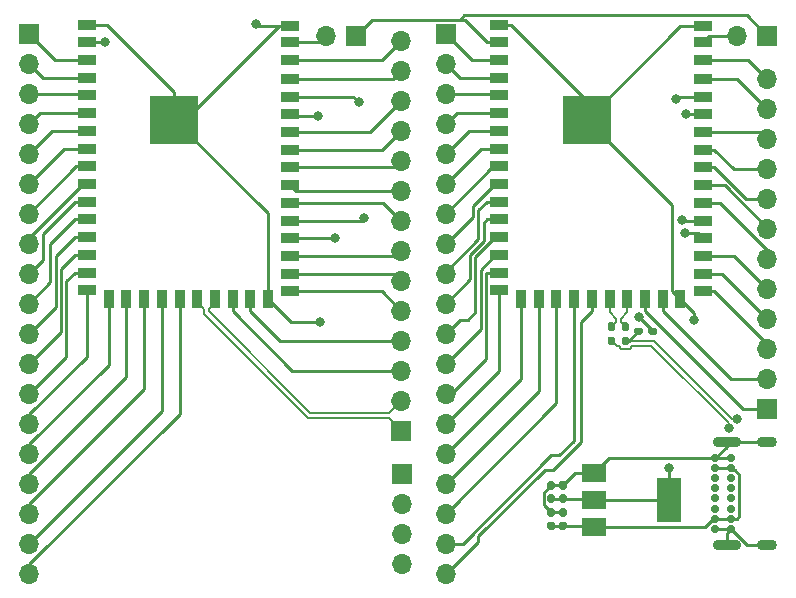
<source format=gbr>
%TF.GenerationSoftware,KiCad,Pcbnew,(5.1.6)-1*%
%TF.CreationDate,2020-10-06T21:24:19+08:00*%
%TF.ProjectId,esp32,65737033-322e-46b6-9963-61645f706362,rev?*%
%TF.SameCoordinates,Original*%
%TF.FileFunction,Copper,L1,Top*%
%TF.FilePolarity,Positive*%
%FSLAX46Y46*%
G04 Gerber Fmt 4.6, Leading zero omitted, Abs format (unit mm)*
G04 Created by KiCad (PCBNEW (5.1.6)-1) date 2020-10-06 21:24:19*
%MOMM*%
%LPD*%
G01*
G04 APERTURE LIST*
%TA.AperFunction,ComponentPad*%
%ADD10O,1.700000X1.700000*%
%TD*%
%TA.AperFunction,ComponentPad*%
%ADD11R,1.700000X1.700000*%
%TD*%
%TA.AperFunction,SMDPad,CuDef*%
%ADD12R,1.500000X0.900000*%
%TD*%
%TA.AperFunction,SMDPad,CuDef*%
%ADD13R,0.900000X1.500000*%
%TD*%
%TA.AperFunction,SMDPad,CuDef*%
%ADD14R,4.100000X4.100000*%
%TD*%
%TA.AperFunction,SMDPad,CuDef*%
%ADD15R,2.000000X1.500000*%
%TD*%
%TA.AperFunction,SMDPad,CuDef*%
%ADD16R,2.000000X3.800000*%
%TD*%
%TA.AperFunction,ComponentPad*%
%ADD17O,1.700000X0.900000*%
%TD*%
%TA.AperFunction,ComponentPad*%
%ADD18O,2.400000X0.900000*%
%TD*%
%TA.AperFunction,ComponentPad*%
%ADD19C,0.700000*%
%TD*%
%TA.AperFunction,ViaPad*%
%ADD20C,0.800000*%
%TD*%
%TA.AperFunction,Conductor*%
%ADD21C,0.250000*%
%TD*%
%TA.AperFunction,Conductor*%
%ADD22C,0.200000*%
%TD*%
G04 APERTURE END LIST*
D10*
%TO.P,REF\u002A\u002A,4*%
%TO.N,GND*%
X150600000Y-68020000D03*
%TO.P,REF\u002A\u002A,3*%
X150600000Y-65480000D03*
%TO.P,REF\u002A\u002A,2*%
%TO.N,+3V3*%
X150600000Y-62940000D03*
D11*
%TO.P,REF\u002A\u002A,1*%
X150600000Y-60400000D03*
%TD*%
D10*
%TO.P,J4,14*%
%TO.N,Net-(J4-Pad14)*%
X150500000Y-23680000D03*
%TO.P,J4,13*%
%TO.N,Net-(J4-Pad13)*%
X150500000Y-26220000D03*
%TO.P,J4,12*%
%TO.N,Net-(J4-Pad12)*%
X150500000Y-28760000D03*
%TO.P,J4,11*%
%TO.N,Net-(J4-Pad11)*%
X150500000Y-31300000D03*
%TO.P,J4,10*%
%TO.N,Net-(J4-Pad10)*%
X150500000Y-33840000D03*
%TO.P,J4,9*%
%TO.N,Net-(J4-Pad9)*%
X150500000Y-36380000D03*
%TO.P,J4,8*%
%TO.N,Net-(J4-Pad8)*%
X150500000Y-38920000D03*
%TO.P,J4,7*%
%TO.N,Net-(J4-Pad7)*%
X150500000Y-41460000D03*
%TO.P,J4,6*%
%TO.N,Net-(J4-Pad6)*%
X150500000Y-44000000D03*
%TO.P,J4,5*%
%TO.N,Net-(J4-Pad5)*%
X150500000Y-46540000D03*
%TO.P,J4,4*%
%TO.N,Net-(J4-Pad4)*%
X150500000Y-49080000D03*
%TO.P,J4,3*%
%TO.N,Net-(J4-Pad3)*%
X150500000Y-51620000D03*
%TO.P,J4,2*%
%TO.N,/usb_d+*%
X150500000Y-54160000D03*
D11*
%TO.P,J4,1*%
%TO.N,/usb_d-*%
X150500000Y-56700000D03*
%TD*%
D10*
%TO.P,J1,19*%
%TO.N,Net-(J1-Pad19)*%
X154300000Y-68820000D03*
%TO.P,J1,18*%
%TO.N,Net-(J1-Pad18)*%
X154300000Y-66280000D03*
%TO.P,J1,17*%
%TO.N,Net-(J1-Pad17)*%
X154300000Y-63740000D03*
%TO.P,J1,16*%
%TO.N,Net-(J1-Pad16)*%
X154300000Y-61200000D03*
%TO.P,J1,15*%
%TO.N,Net-(J1-Pad15)*%
X154300000Y-58660000D03*
%TO.P,J1,14*%
%TO.N,Net-(J1-Pad14)*%
X154300000Y-56120000D03*
%TO.P,J1,13*%
%TO.N,Net-(J1-Pad13)*%
X154300000Y-53580000D03*
%TO.P,J1,12*%
%TO.N,Net-(J1-Pad12)*%
X154300000Y-51040000D03*
%TO.P,J1,11*%
%TO.N,Net-(J1-Pad11)*%
X154300000Y-48500000D03*
%TO.P,J1,10*%
%TO.N,Net-(J1-Pad10)*%
X154300000Y-45960000D03*
%TO.P,J1,9*%
%TO.N,Net-(J1-Pad9)*%
X154300000Y-43420000D03*
%TO.P,J1,8*%
%TO.N,Net-(J1-Pad8)*%
X154300000Y-40880000D03*
%TO.P,J1,7*%
%TO.N,Net-(J1-Pad7)*%
X154300000Y-38340000D03*
%TO.P,J1,6*%
%TO.N,Net-(J1-Pad6)*%
X154300000Y-35800000D03*
%TO.P,J1,5*%
%TO.N,Net-(J1-Pad5)*%
X154300000Y-33260000D03*
%TO.P,J1,4*%
%TO.N,Net-(J1-Pad4)*%
X154300000Y-30720000D03*
%TO.P,J1,3*%
%TO.N,Net-(J1-Pad3)*%
X154300000Y-28180000D03*
%TO.P,J1,2*%
%TO.N,Net-(J1-Pad2)*%
X154300000Y-25640000D03*
D11*
%TO.P,J1,1*%
%TO.N,Net-(J1-Pad1)*%
X154300000Y-23100000D03*
%TD*%
D10*
%TO.P,J5,19*%
%TO.N,Net-(J5-Pad19)*%
X119000000Y-68820000D03*
%TO.P,J5,18*%
%TO.N,Net-(J5-Pad18)*%
X119000000Y-66280000D03*
%TO.P,J5,17*%
%TO.N,Net-(J5-Pad17)*%
X119000000Y-63740000D03*
%TO.P,J5,16*%
%TO.N,Net-(J5-Pad16)*%
X119000000Y-61200000D03*
%TO.P,J5,15*%
%TO.N,Net-(J5-Pad15)*%
X119000000Y-58660000D03*
%TO.P,J5,14*%
%TO.N,Net-(J5-Pad14)*%
X119000000Y-56120000D03*
%TO.P,J5,13*%
%TO.N,Net-(J5-Pad13)*%
X119000000Y-53580000D03*
%TO.P,J5,12*%
%TO.N,Net-(J5-Pad12)*%
X119000000Y-51040000D03*
%TO.P,J5,11*%
%TO.N,Net-(J5-Pad11)*%
X119000000Y-48500000D03*
%TO.P,J5,10*%
%TO.N,Net-(J5-Pad10)*%
X119000000Y-45960000D03*
%TO.P,J5,9*%
%TO.N,Net-(J5-Pad9)*%
X119000000Y-43420000D03*
%TO.P,J5,8*%
%TO.N,Net-(J5-Pad8)*%
X119000000Y-40880000D03*
%TO.P,J5,7*%
%TO.N,Net-(J5-Pad7)*%
X119000000Y-38340000D03*
%TO.P,J5,6*%
%TO.N,Net-(J5-Pad6)*%
X119000000Y-35800000D03*
%TO.P,J5,5*%
%TO.N,Net-(J5-Pad5)*%
X119000000Y-33260000D03*
%TO.P,J5,4*%
%TO.N,Net-(J5-Pad4)*%
X119000000Y-30720000D03*
%TO.P,J5,3*%
%TO.N,Net-(J5-Pad3)*%
X119000000Y-28180000D03*
%TO.P,J5,2*%
%TO.N,Net-(J5-Pad2)*%
X119000000Y-25640000D03*
D11*
%TO.P,J5,1*%
%TO.N,Net-(J5-Pad1)*%
X119000000Y-23100000D03*
%TD*%
D12*
%TO.P,U3,1*%
%TO.N,GND*%
X123875000Y-22325000D03*
%TO.P,U3,15*%
%TO.N,Net-(J5-Pad13)*%
X123875000Y-43325000D03*
%TO.P,U3,16*%
%TO.N,Net-(J5-Pad14)*%
X123875000Y-44825000D03*
D13*
%TO.P,U3,17*%
%TO.N,Net-(J5-Pad15)*%
X125750000Y-45575000D03*
%TO.P,U3,18*%
%TO.N,Net-(J5-Pad16)*%
X127250000Y-45575000D03*
%TO.P,U3,19*%
%TO.N,Net-(J5-Pad17)*%
X128750000Y-45575000D03*
%TO.P,U3,20*%
%TO.N,Net-(J5-Pad18)*%
X130250000Y-45575000D03*
%TO.P,U3,21*%
%TO.N,Net-(J5-Pad19)*%
X131750000Y-45575000D03*
%TO.P,U3,22*%
%TO.N,/usb_d-*%
X133250000Y-45575000D03*
%TO.P,U3,23*%
%TO.N,/usb_d+*%
X134750000Y-45575000D03*
%TO.P,U3,24*%
%TO.N,Net-(J4-Pad3)*%
X136250000Y-45575000D03*
D12*
%TO.P,U3,2*%
%TO.N,+3V3*%
X123875000Y-23825000D03*
%TO.P,U3,3*%
%TO.N,Net-(J5-Pad1)*%
X123875000Y-25325000D03*
%TO.P,U3,4*%
%TO.N,Net-(J5-Pad2)*%
X123875000Y-26825000D03*
%TO.P,U3,5*%
%TO.N,Net-(J5-Pad3)*%
X123875000Y-28325000D03*
%TO.P,U3,6*%
%TO.N,Net-(J5-Pad4)*%
X123875000Y-29825000D03*
%TO.P,U3,7*%
%TO.N,Net-(J5-Pad5)*%
X123875000Y-31325000D03*
%TO.P,U3,8*%
%TO.N,Net-(J5-Pad6)*%
X123875000Y-32825000D03*
%TO.P,U3,9*%
%TO.N,Net-(J5-Pad7)*%
X123875000Y-34325000D03*
%TO.P,U3,10*%
%TO.N,Net-(J5-Pad8)*%
X123875000Y-35825000D03*
%TO.P,U3,11*%
%TO.N,Net-(J5-Pad9)*%
X123875000Y-37325000D03*
%TO.P,U3,12*%
%TO.N,Net-(J5-Pad10)*%
X123875000Y-38825000D03*
%TO.P,U3,13*%
%TO.N,Net-(J5-Pad11)*%
X123875000Y-40325000D03*
%TO.P,U3,14*%
%TO.N,Net-(J5-Pad12)*%
X123875000Y-41825000D03*
%TO.P,U3,38*%
%TO.N,/rx*%
X141125000Y-28425000D03*
%TO.P,U3,37*%
%TO.N,/tx*%
X141125000Y-29925000D03*
%TO.P,U3,36*%
%TO.N,Net-(J4-Pad12)*%
X141125000Y-31425000D03*
%TO.P,U3,35*%
%TO.N,Net-(J4-Pad11)*%
X141125000Y-32925000D03*
%TO.P,U3,34*%
%TO.N,Net-(J4-Pad10)*%
X141125000Y-34425000D03*
%TO.P,U3,33*%
%TO.N,Net-(J4-Pad9)*%
X141125000Y-35925000D03*
%TO.P,U3,32*%
%TO.N,Net-(J4-Pad8)*%
X141125000Y-37425000D03*
%TO.P,U3,31*%
%TO.N,/io1*%
X141125000Y-38925000D03*
%TO.P,U3,30*%
%TO.N,/io2*%
X141125000Y-40425000D03*
%TO.P,U3,29*%
%TO.N,Net-(J4-Pad7)*%
X141125000Y-41925000D03*
%TO.P,U3,28*%
%TO.N,Net-(J4-Pad6)*%
X141125000Y-43425000D03*
%TO.P,U3,27*%
%TO.N,Net-(J4-Pad5)*%
X141125000Y-44925000D03*
D13*
%TO.P,U3,26*%
%TO.N,GND*%
X139250000Y-45575000D03*
%TO.P,U3,25*%
%TO.N,Net-(J4-Pad4)*%
X137750000Y-45575000D03*
D12*
%TO.P,U3,39*%
%TO.N,Net-(J4-Pad13)*%
X141125000Y-26925000D03*
%TO.P,U3,40*%
%TO.N,Net-(J4-Pad14)*%
X141125000Y-25325000D03*
%TO.P,U3,41*%
%TO.N,Net-(J6-Pad2)*%
X141125000Y-23825000D03*
%TO.P,U3,42*%
%TO.N,GND*%
X141125000Y-22425000D03*
D14*
%TO.P,U3,43*%
X131310000Y-30365000D03*
%TD*%
D15*
%TO.P,U2,1*%
%TO.N,GND*%
X166850000Y-60300000D03*
%TO.P,U2,3*%
%TO.N,/vbus*%
X166850000Y-64900000D03*
%TO.P,U2,2*%
%TO.N,+3V3*%
X166850000Y-62600000D03*
D16*
X173150000Y-62600000D03*
%TD*%
D12*
%TO.P,U1,1*%
%TO.N,GND*%
X158775000Y-22325000D03*
%TO.P,U1,15*%
%TO.N,Net-(J1-Pad13)*%
X158775000Y-43325000D03*
%TO.P,U1,16*%
%TO.N,Net-(J1-Pad14)*%
X158775000Y-44825000D03*
D13*
%TO.P,U1,17*%
%TO.N,Net-(J1-Pad15)*%
X160650000Y-45575000D03*
%TO.P,U1,18*%
%TO.N,Net-(J1-Pad16)*%
X162150000Y-45575000D03*
%TO.P,U1,19*%
%TO.N,Net-(J1-Pad17)*%
X163650000Y-45575000D03*
%TO.P,U1,20*%
%TO.N,Net-(J1-Pad18)*%
X165150000Y-45575000D03*
%TO.P,U1,21*%
%TO.N,Net-(J1-Pad19)*%
X166650000Y-45575000D03*
%TO.P,U1,22*%
%TO.N,/rd-*%
X168150000Y-45575000D03*
%TO.P,U1,23*%
%TO.N,/rd+*%
X169650000Y-45575000D03*
%TO.P,U1,24*%
%TO.N,Net-(J3-Pad1)*%
X171150000Y-45575000D03*
D12*
%TO.P,U1,2*%
%TO.N,+3V3*%
X158775000Y-23825000D03*
%TO.P,U1,3*%
%TO.N,Net-(J1-Pad1)*%
X158775000Y-25325000D03*
%TO.P,U1,4*%
%TO.N,Net-(J1-Pad2)*%
X158775000Y-26825000D03*
%TO.P,U1,5*%
%TO.N,Net-(J1-Pad3)*%
X158775000Y-28325000D03*
%TO.P,U1,6*%
%TO.N,Net-(J1-Pad4)*%
X158775000Y-29825000D03*
%TO.P,U1,7*%
%TO.N,Net-(J1-Pad5)*%
X158775000Y-31325000D03*
%TO.P,U1,8*%
%TO.N,Net-(J1-Pad6)*%
X158775000Y-32825000D03*
%TO.P,U1,9*%
%TO.N,Net-(J1-Pad7)*%
X158775000Y-34325000D03*
%TO.P,U1,10*%
%TO.N,Net-(J1-Pad8)*%
X158775000Y-35825000D03*
%TO.P,U1,11*%
%TO.N,Net-(J1-Pad9)*%
X158775000Y-37325000D03*
%TO.P,U1,12*%
%TO.N,Net-(J1-Pad10)*%
X158775000Y-38825000D03*
%TO.P,U1,13*%
%TO.N,Net-(J1-Pad11)*%
X158775000Y-40325000D03*
%TO.P,U1,14*%
%TO.N,Net-(J1-Pad12)*%
X158775000Y-41825000D03*
%TO.P,U1,38*%
%TO.N,/tx*%
X176025000Y-28425000D03*
%TO.P,U1,37*%
%TO.N,/rx*%
X176025000Y-29925000D03*
%TO.P,U1,36*%
%TO.N,Net-(J3-Pad10)*%
X176025000Y-31425000D03*
%TO.P,U1,35*%
%TO.N,Net-(J3-Pad9)*%
X176025000Y-32925000D03*
%TO.P,U1,34*%
%TO.N,Net-(J3-Pad8)*%
X176025000Y-34425000D03*
%TO.P,U1,33*%
%TO.N,Net-(J3-Pad7)*%
X176025000Y-35925000D03*
%TO.P,U1,32*%
%TO.N,Net-(J3-Pad6)*%
X176025000Y-37425000D03*
%TO.P,U1,31*%
%TO.N,/io2*%
X176025000Y-38925000D03*
%TO.P,U1,30*%
%TO.N,/io1*%
X176025000Y-40425000D03*
%TO.P,U1,29*%
%TO.N,Net-(J3-Pad5)*%
X176025000Y-41925000D03*
%TO.P,U1,28*%
%TO.N,Net-(J3-Pad4)*%
X176025000Y-43425000D03*
%TO.P,U1,27*%
%TO.N,Net-(J3-Pad3)*%
X176025000Y-44925000D03*
D13*
%TO.P,U1,26*%
%TO.N,GND*%
X174150000Y-45575000D03*
%TO.P,U1,25*%
%TO.N,Net-(J3-Pad2)*%
X172650000Y-45575000D03*
D12*
%TO.P,U1,39*%
%TO.N,Net-(J3-Pad11)*%
X176025000Y-26925000D03*
%TO.P,U1,40*%
%TO.N,Net-(J3-Pad12)*%
X176025000Y-25325000D03*
%TO.P,U1,41*%
%TO.N,Net-(J2-Pad2)*%
X176025000Y-23825000D03*
%TO.P,U1,42*%
%TO.N,GND*%
X176025000Y-22425000D03*
D14*
%TO.P,U1,43*%
X166210000Y-30365000D03*
%TD*%
%TO.P,R3,2*%
%TO.N,+3V3*%
%TA.AperFunction,SMDPad,CuDef*%
G36*
G01*
X171440000Y-48460000D02*
X171440000Y-48140000D01*
G75*
G02*
X171600000Y-47980000I160000J0D01*
G01*
X171995000Y-47980000D01*
G75*
G02*
X172155000Y-48140000I0J-160000D01*
G01*
X172155000Y-48460000D01*
G75*
G02*
X171995000Y-48620000I-160000J0D01*
G01*
X171600000Y-48620000D01*
G75*
G02*
X171440000Y-48460000I0J160000D01*
G01*
G37*
%TD.AperFunction*%
%TO.P,R3,1*%
%TO.N,/d+*%
%TA.AperFunction,SMDPad,CuDef*%
G36*
G01*
X170245000Y-48460000D02*
X170245000Y-48140000D01*
G75*
G02*
X170405000Y-47980000I160000J0D01*
G01*
X170800000Y-47980000D01*
G75*
G02*
X170960000Y-48140000I0J-160000D01*
G01*
X170960000Y-48460000D01*
G75*
G02*
X170800000Y-48620000I-160000J0D01*
G01*
X170405000Y-48620000D01*
G75*
G02*
X170245000Y-48460000I0J160000D01*
G01*
G37*
%TD.AperFunction*%
%TD*%
%TO.P,R2,2*%
%TO.N,/d+*%
%TA.AperFunction,SMDPad,CuDef*%
G36*
G01*
X169340000Y-48740000D02*
X169660000Y-48740000D01*
G75*
G02*
X169820000Y-48900000I0J-160000D01*
G01*
X169820000Y-49295000D01*
G75*
G02*
X169660000Y-49455000I-160000J0D01*
G01*
X169340000Y-49455000D01*
G75*
G02*
X169180000Y-49295000I0J160000D01*
G01*
X169180000Y-48900000D01*
G75*
G02*
X169340000Y-48740000I160000J0D01*
G01*
G37*
%TD.AperFunction*%
%TO.P,R2,1*%
%TO.N,/rd+*%
%TA.AperFunction,SMDPad,CuDef*%
G36*
G01*
X169340000Y-47545000D02*
X169660000Y-47545000D01*
G75*
G02*
X169820000Y-47705000I0J-160000D01*
G01*
X169820000Y-48100000D01*
G75*
G02*
X169660000Y-48260000I-160000J0D01*
G01*
X169340000Y-48260000D01*
G75*
G02*
X169180000Y-48100000I0J160000D01*
G01*
X169180000Y-47705000D01*
G75*
G02*
X169340000Y-47545000I160000J0D01*
G01*
G37*
%TD.AperFunction*%
%TD*%
%TO.P,R1,2*%
%TO.N,/d-*%
%TA.AperFunction,SMDPad,CuDef*%
G36*
G01*
X168140000Y-48740000D02*
X168460000Y-48740000D01*
G75*
G02*
X168620000Y-48900000I0J-160000D01*
G01*
X168620000Y-49295000D01*
G75*
G02*
X168460000Y-49455000I-160000J0D01*
G01*
X168140000Y-49455000D01*
G75*
G02*
X167980000Y-49295000I0J160000D01*
G01*
X167980000Y-48900000D01*
G75*
G02*
X168140000Y-48740000I160000J0D01*
G01*
G37*
%TD.AperFunction*%
%TO.P,R1,1*%
%TO.N,/rd-*%
%TA.AperFunction,SMDPad,CuDef*%
G36*
G01*
X168140000Y-47545000D02*
X168460000Y-47545000D01*
G75*
G02*
X168620000Y-47705000I0J-160000D01*
G01*
X168620000Y-48100000D01*
G75*
G02*
X168460000Y-48260000I-160000J0D01*
G01*
X168140000Y-48260000D01*
G75*
G02*
X167980000Y-48100000I0J160000D01*
G01*
X167980000Y-47705000D01*
G75*
G02*
X168140000Y-47545000I160000J0D01*
G01*
G37*
%TD.AperFunction*%
%TD*%
D17*
%TO.P,P1,S1*%
%TO.N,GND*%
X181460000Y-57700000D03*
X181460000Y-66350000D03*
D18*
X178080000Y-57700000D03*
X178080000Y-66350000D03*
D19*
%TO.P,P1,B6*%
%TO.N,N/C*%
X178450000Y-61600000D03*
%TO.P,P1,B1*%
%TO.N,GND*%
X178450000Y-59050000D03*
%TO.P,P1,B4*%
%TO.N,/vbus*%
X178450000Y-59900000D03*
%TO.P,P1,B5*%
%TO.N,Net-(P1-PadB5)*%
X178450000Y-60750000D03*
%TO.P,P1,B12*%
%TO.N,GND*%
X178450000Y-65000000D03*
%TO.P,P1,B8*%
%TO.N,N/C*%
X178450000Y-63300000D03*
%TO.P,P1,B7*%
X178450000Y-62450000D03*
%TO.P,P1,B9*%
%TO.N,/vbus*%
X178450000Y-64150000D03*
%TO.P,P1,A12*%
%TO.N,GND*%
X177100000Y-59050000D03*
%TO.P,P1,A9*%
%TO.N,/vbus*%
X177100000Y-59900000D03*
%TO.P,P1,A8*%
%TO.N,N/C*%
X177100000Y-60750000D03*
%TO.P,P1,A7*%
%TO.N,/d-*%
X177100000Y-61600000D03*
%TO.P,P1,A6*%
%TO.N,/d+*%
X177100000Y-62450000D03*
%TO.P,P1,A5*%
%TO.N,Net-(P1-PadA5)*%
X177100000Y-63300000D03*
%TO.P,P1,A4*%
%TO.N,/vbus*%
X177100000Y-64150000D03*
%TO.P,P1,A1*%
%TO.N,GND*%
X177100000Y-65000000D03*
%TD*%
D10*
%TO.P,J6,2*%
%TO.N,Net-(J6-Pad2)*%
X144160000Y-23300000D03*
D11*
%TO.P,J6,1*%
%TO.N,+3V3*%
X146700000Y-23300000D03*
%TD*%
D10*
%TO.P,J3,12*%
%TO.N,Net-(J3-Pad12)*%
X181500000Y-26960000D03*
%TO.P,J3,11*%
%TO.N,Net-(J3-Pad11)*%
X181500000Y-29500000D03*
%TO.P,J3,10*%
%TO.N,Net-(J3-Pad10)*%
X181500000Y-32040000D03*
%TO.P,J3,9*%
%TO.N,Net-(J3-Pad9)*%
X181500000Y-34580000D03*
%TO.P,J3,8*%
%TO.N,Net-(J3-Pad8)*%
X181500000Y-37120000D03*
%TO.P,J3,7*%
%TO.N,Net-(J3-Pad7)*%
X181500000Y-39660000D03*
%TO.P,J3,6*%
%TO.N,Net-(J3-Pad6)*%
X181500000Y-42200000D03*
%TO.P,J3,5*%
%TO.N,Net-(J3-Pad5)*%
X181500000Y-44740000D03*
%TO.P,J3,4*%
%TO.N,Net-(J3-Pad4)*%
X181500000Y-47280000D03*
%TO.P,J3,3*%
%TO.N,Net-(J3-Pad3)*%
X181500000Y-49820000D03*
%TO.P,J3,2*%
%TO.N,Net-(J3-Pad2)*%
X181500000Y-52360000D03*
D11*
%TO.P,J3,1*%
%TO.N,Net-(J3-Pad1)*%
X181500000Y-54900000D03*
%TD*%
D10*
%TO.P,J2,2*%
%TO.N,Net-(J2-Pad2)*%
X178960000Y-23300000D03*
D11*
%TO.P,J2,1*%
%TO.N,+3V3*%
X181500000Y-23300000D03*
%TD*%
%TO.P,C4,2*%
%TO.N,GND*%
%TA.AperFunction,SMDPad,CuDef*%
G36*
G01*
X163355000Y-61700000D02*
X163045000Y-61700000D01*
G75*
G02*
X162890000Y-61545000I0J155000D01*
G01*
X162890000Y-61120000D01*
G75*
G02*
X163045000Y-60965000I155000J0D01*
G01*
X163355000Y-60965000D01*
G75*
G02*
X163510000Y-61120000I0J-155000D01*
G01*
X163510000Y-61545000D01*
G75*
G02*
X163355000Y-61700000I-155000J0D01*
G01*
G37*
%TD.AperFunction*%
%TO.P,C4,1*%
%TO.N,+3V3*%
%TA.AperFunction,SMDPad,CuDef*%
G36*
G01*
X163355000Y-62835000D02*
X163045000Y-62835000D01*
G75*
G02*
X162890000Y-62680000I0J155000D01*
G01*
X162890000Y-62255000D01*
G75*
G02*
X163045000Y-62100000I155000J0D01*
G01*
X163355000Y-62100000D01*
G75*
G02*
X163510000Y-62255000I0J-155000D01*
G01*
X163510000Y-62680000D01*
G75*
G02*
X163355000Y-62835000I-155000J0D01*
G01*
G37*
%TD.AperFunction*%
%TD*%
%TO.P,C3,2*%
%TO.N,GND*%
%TA.AperFunction,SMDPad,CuDef*%
G36*
G01*
X164355000Y-61700000D02*
X164045000Y-61700000D01*
G75*
G02*
X163890000Y-61545000I0J155000D01*
G01*
X163890000Y-61120000D01*
G75*
G02*
X164045000Y-60965000I155000J0D01*
G01*
X164355000Y-60965000D01*
G75*
G02*
X164510000Y-61120000I0J-155000D01*
G01*
X164510000Y-61545000D01*
G75*
G02*
X164355000Y-61700000I-155000J0D01*
G01*
G37*
%TD.AperFunction*%
%TO.P,C3,1*%
%TO.N,+3V3*%
%TA.AperFunction,SMDPad,CuDef*%
G36*
G01*
X164355000Y-62835000D02*
X164045000Y-62835000D01*
G75*
G02*
X163890000Y-62680000I0J155000D01*
G01*
X163890000Y-62255000D01*
G75*
G02*
X164045000Y-62100000I155000J0D01*
G01*
X164355000Y-62100000D01*
G75*
G02*
X164510000Y-62255000I0J-155000D01*
G01*
X164510000Y-62680000D01*
G75*
G02*
X164355000Y-62835000I-155000J0D01*
G01*
G37*
%TD.AperFunction*%
%TD*%
%TO.P,C2,2*%
%TO.N,GND*%
%TA.AperFunction,SMDPad,CuDef*%
G36*
G01*
X164355000Y-64000000D02*
X164045000Y-64000000D01*
G75*
G02*
X163890000Y-63845000I0J155000D01*
G01*
X163890000Y-63420000D01*
G75*
G02*
X164045000Y-63265000I155000J0D01*
G01*
X164355000Y-63265000D01*
G75*
G02*
X164510000Y-63420000I0J-155000D01*
G01*
X164510000Y-63845000D01*
G75*
G02*
X164355000Y-64000000I-155000J0D01*
G01*
G37*
%TD.AperFunction*%
%TO.P,C2,1*%
%TO.N,/vbus*%
%TA.AperFunction,SMDPad,CuDef*%
G36*
G01*
X164355000Y-65135000D02*
X164045000Y-65135000D01*
G75*
G02*
X163890000Y-64980000I0J155000D01*
G01*
X163890000Y-64555000D01*
G75*
G02*
X164045000Y-64400000I155000J0D01*
G01*
X164355000Y-64400000D01*
G75*
G02*
X164510000Y-64555000I0J-155000D01*
G01*
X164510000Y-64980000D01*
G75*
G02*
X164355000Y-65135000I-155000J0D01*
G01*
G37*
%TD.AperFunction*%
%TD*%
%TO.P,C1,2*%
%TO.N,GND*%
%TA.AperFunction,SMDPad,CuDef*%
G36*
G01*
X163355000Y-64000000D02*
X163045000Y-64000000D01*
G75*
G02*
X162890000Y-63845000I0J155000D01*
G01*
X162890000Y-63420000D01*
G75*
G02*
X163045000Y-63265000I155000J0D01*
G01*
X163355000Y-63265000D01*
G75*
G02*
X163510000Y-63420000I0J-155000D01*
G01*
X163510000Y-63845000D01*
G75*
G02*
X163355000Y-64000000I-155000J0D01*
G01*
G37*
%TD.AperFunction*%
%TO.P,C1,1*%
%TO.N,/vbus*%
%TA.AperFunction,SMDPad,CuDef*%
G36*
G01*
X163355000Y-65135000D02*
X163045000Y-65135000D01*
G75*
G02*
X162890000Y-64980000I0J155000D01*
G01*
X162890000Y-64555000D01*
G75*
G02*
X163045000Y-64400000I155000J0D01*
G01*
X163355000Y-64400000D01*
G75*
G02*
X163510000Y-64555000I0J-155000D01*
G01*
X163510000Y-64980000D01*
G75*
G02*
X163355000Y-65135000I-155000J0D01*
G01*
G37*
%TD.AperFunction*%
%TD*%
D20*
%TO.N,GND*%
X175300000Y-47300000D03*
X138200000Y-22300000D03*
X143600000Y-47500000D03*
%TO.N,+3V3*%
X170617848Y-47122993D03*
X173200000Y-59900000D03*
X125400000Y-23800000D03*
%TO.N,/d-*%
X178228768Y-56496232D03*
%TO.N,/d+*%
X178971232Y-55753768D03*
%TO.N,/tx*%
X173800000Y-28600000D03*
X143500000Y-30100000D03*
%TO.N,/rx*%
X146900000Y-28900000D03*
X174600000Y-29900000D03*
%TO.N,/io2*%
X174300000Y-38900000D03*
X144900000Y-40400000D03*
%TO.N,/io1*%
X147400000Y-38700000D03*
X174500000Y-40000000D03*
%TD*%
D21*
%TO.N,GND*%
X166210000Y-28760000D02*
X166210000Y-30365000D01*
X159775000Y-22325000D02*
X166210000Y-28760000D01*
X158775000Y-22325000D02*
X159775000Y-22325000D01*
X174150000Y-22425000D02*
X176025000Y-22425000D01*
X166210000Y-30365000D02*
X174150000Y-22425000D01*
X173425001Y-44850001D02*
X174150000Y-45575000D01*
X173425001Y-37580001D02*
X173425001Y-44850001D01*
X166210000Y-30365000D02*
X173425001Y-37580001D01*
X165232500Y-60300000D02*
X164200000Y-61332500D01*
X166850000Y-60300000D02*
X165232500Y-60300000D01*
X163200000Y-61332500D02*
X164200000Y-61332500D01*
X163200000Y-63632500D02*
X164200000Y-63632500D01*
X162564990Y-61967510D02*
X163200000Y-61332500D01*
X162564990Y-62997490D02*
X162564990Y-61967510D01*
X163200000Y-63632500D02*
X162564990Y-62997490D01*
X178080000Y-65370000D02*
X178450000Y-65000000D01*
X178080000Y-66350000D02*
X178080000Y-65370000D01*
X179800000Y-66350000D02*
X178450000Y-65000000D01*
X181460000Y-66350000D02*
X179800000Y-66350000D01*
X177100000Y-65000000D02*
X178450000Y-65000000D01*
X181460000Y-57700000D02*
X178080000Y-57700000D01*
X178080000Y-58070000D02*
X177100000Y-59050000D01*
X178080000Y-57700000D02*
X178080000Y-58070000D01*
X178450000Y-59050000D02*
X177100000Y-59050000D01*
X168100000Y-59050000D02*
X166850000Y-60300000D01*
X177100000Y-59050000D02*
X168100000Y-59050000D01*
X175300000Y-46725000D02*
X174150000Y-45575000D01*
X175300000Y-47300000D02*
X175300000Y-46725000D01*
X139250000Y-38305000D02*
X131310000Y-30365000D01*
X139250000Y-45575000D02*
X139250000Y-38305000D01*
X125570000Y-22325000D02*
X123875000Y-22325000D01*
X131310000Y-28065000D02*
X125570000Y-22325000D01*
X131310000Y-30365000D02*
X131310000Y-28065000D01*
X132185000Y-30365000D02*
X131310000Y-30365000D01*
X140125000Y-22425000D02*
X132185000Y-30365000D01*
X141125000Y-22425000D02*
X140125000Y-22425000D01*
X138325000Y-22425000D02*
X138200000Y-22300000D01*
X141125000Y-22425000D02*
X138325000Y-22425000D01*
X141175000Y-47500000D02*
X143600000Y-47500000D01*
X139250000Y-45575000D02*
X141175000Y-47500000D01*
%TO.N,/vbus*%
X166717500Y-64767500D02*
X166850000Y-64900000D01*
X163200000Y-64767500D02*
X166717500Y-64767500D01*
X176950998Y-64150000D02*
X178450000Y-64150000D01*
X176200998Y-64900000D02*
X176950998Y-64150000D01*
X166850000Y-64900000D02*
X176200998Y-64900000D01*
X178450000Y-59900000D02*
X176900000Y-59900000D01*
X176900000Y-59900000D02*
X177100000Y-59900000D01*
X178949000Y-64150000D02*
X178450000Y-64150000D01*
X179125001Y-60425999D02*
X179125001Y-63973999D01*
X179125001Y-63973999D02*
X178949000Y-64150000D01*
X178774001Y-60074999D02*
X179125001Y-60425999D01*
X178574999Y-60074999D02*
X178774001Y-60074999D01*
X178450000Y-59950000D02*
X178574999Y-60074999D01*
X178450000Y-59900000D02*
X178450000Y-59950000D01*
%TO.N,+3V3*%
X148075001Y-21924999D02*
X146700000Y-23300000D01*
X157775000Y-23825000D02*
X155874999Y-21924999D01*
X158775000Y-23825000D02*
X157775000Y-23825000D01*
X155850001Y-21549999D02*
X155475001Y-21924999D01*
X179749999Y-21549999D02*
X155850001Y-21549999D01*
X181500000Y-23300000D02*
X179749999Y-21549999D01*
X155475001Y-21924999D02*
X148075001Y-21924999D01*
X155874999Y-21924999D02*
X155475001Y-21924999D01*
X171794855Y-48300000D02*
X170617848Y-47122993D01*
X171797500Y-48300000D02*
X171794855Y-48300000D01*
X163200000Y-62467500D02*
X164200000Y-62467500D01*
X166717500Y-62467500D02*
X166850000Y-62600000D01*
X164200000Y-62467500D02*
X166717500Y-62467500D01*
X166850000Y-62600000D02*
X173150000Y-62600000D01*
X173150000Y-59950000D02*
X173200000Y-59900000D01*
X173150000Y-62600000D02*
X173150000Y-59950000D01*
X125375000Y-23825000D02*
X125400000Y-23800000D01*
X123875000Y-23825000D02*
X125375000Y-23825000D01*
%TO.N,Net-(J1-Pad19)*%
X166650000Y-46575000D02*
X166650000Y-45575000D01*
X156999723Y-66120277D02*
X156999723Y-65655369D01*
X154300000Y-68820000D02*
X156999723Y-66120277D01*
X165700000Y-47525000D02*
X166650000Y-46575000D01*
X156999723Y-65655369D02*
X162655092Y-60000000D01*
X165700000Y-57636410D02*
X165700000Y-47525000D01*
X163336410Y-60000000D02*
X165700000Y-57636410D01*
X162655092Y-60000000D02*
X163336410Y-60000000D01*
%TO.N,Net-(J1-Pad18)*%
X155738682Y-66280000D02*
X155720000Y-66280000D01*
X163218682Y-58800000D02*
X155738682Y-66280000D01*
X163900000Y-58800000D02*
X163218682Y-58800000D01*
X154300000Y-66280000D02*
X155720000Y-66280000D01*
X165150000Y-57550000D02*
X163900000Y-58800000D01*
X165150000Y-45575000D02*
X165150000Y-57550000D01*
%TO.N,Net-(J1-Pad17)*%
X163650000Y-54390000D02*
X154300000Y-63740000D01*
X163650000Y-45575000D02*
X163650000Y-54390000D01*
%TO.N,Net-(J1-Pad16)*%
X162150000Y-53350000D02*
X162150000Y-45575000D01*
X154300000Y-61200000D02*
X162150000Y-53350000D01*
%TO.N,Net-(J1-Pad15)*%
X160650000Y-52310000D02*
X154300000Y-58660000D01*
X160650000Y-45575000D02*
X160650000Y-52310000D01*
%TO.N,Net-(J1-Pad14)*%
X158775000Y-51645000D02*
X158775000Y-44825000D01*
X154300000Y-56120000D02*
X158775000Y-51645000D01*
%TO.N,Net-(J1-Pad13)*%
X157699999Y-43400001D02*
X157699999Y-50599999D01*
X157775000Y-43325000D02*
X157699999Y-43400001D01*
X158775000Y-43325000D02*
X157775000Y-43325000D01*
X154719998Y-53580000D02*
X154300000Y-53580000D01*
X157699999Y-50599999D02*
X154719998Y-53580000D01*
%TO.N,Net-(J1-Pad12)*%
X158489998Y-41825000D02*
X158775000Y-41825000D01*
X157249989Y-43065009D02*
X158489998Y-41825000D01*
X157249989Y-48090011D02*
X157249989Y-43065009D01*
X154300000Y-51040000D02*
X157249989Y-48090011D01*
%TO.N,Net-(J1-Pad11)*%
X155475001Y-47324999D02*
X156175001Y-47324999D01*
X154300000Y-48500000D02*
X155475001Y-47324999D01*
X156175001Y-47324999D02*
X156799979Y-46700021D01*
X158489998Y-40325000D02*
X158775000Y-40325000D01*
X156799979Y-42015019D02*
X158489998Y-40325000D01*
X156799979Y-46700021D02*
X156799979Y-42015019D01*
%TO.N,Net-(J1-Pad10)*%
X157775000Y-38825000D02*
X157500000Y-39100000D01*
X158775000Y-38825000D02*
X157775000Y-38825000D01*
X157500000Y-40678588D02*
X156349969Y-41828619D01*
X157500000Y-39100000D02*
X157500000Y-40678588D01*
X156349969Y-43910031D02*
X154300000Y-45960000D01*
X156349969Y-41828619D02*
X156349969Y-43910031D01*
%TO.N,Net-(J1-Pad9)*%
X154300000Y-43420000D02*
X154300000Y-43242178D01*
X157049990Y-38050010D02*
X157775000Y-37325000D01*
X157775000Y-37325000D02*
X158775000Y-37325000D01*
X157049990Y-40492188D02*
X157049990Y-38050010D01*
X154300000Y-43242178D02*
X157049990Y-40492188D01*
%TO.N,Net-(J1-Pad8)*%
X154300000Y-40880000D02*
X156599980Y-38580020D01*
X158489998Y-35825000D02*
X158775000Y-35825000D01*
X156599980Y-37715018D02*
X158489998Y-35825000D01*
X156599980Y-38580020D02*
X156599980Y-37715018D01*
%TO.N,Net-(J1-Pad7)*%
X158315000Y-34325000D02*
X158775000Y-34325000D01*
X154300000Y-38340000D02*
X158315000Y-34325000D01*
%TO.N,Net-(J1-Pad6)*%
X157275000Y-32825000D02*
X158775000Y-32825000D01*
X154300000Y-35800000D02*
X157275000Y-32825000D01*
%TO.N,Net-(J1-Pad5)*%
X156235000Y-31325000D02*
X154300000Y-33260000D01*
X158775000Y-31325000D02*
X156235000Y-31325000D01*
%TO.N,Net-(J1-Pad4)*%
X155195000Y-29825000D02*
X154300000Y-30720000D01*
X158775000Y-29825000D02*
X155195000Y-29825000D01*
%TO.N,Net-(J1-Pad3)*%
X158630000Y-28180000D02*
X158775000Y-28325000D01*
X154300000Y-28180000D02*
X158630000Y-28180000D01*
%TO.N,Net-(J1-Pad2)*%
X155485000Y-26825000D02*
X158775000Y-26825000D01*
X154300000Y-25640000D02*
X155485000Y-26825000D01*
%TO.N,Net-(J1-Pad1)*%
X156525000Y-25325000D02*
X154300000Y-23100000D01*
X158775000Y-25325000D02*
X156525000Y-25325000D01*
%TO.N,Net-(J2-Pad2)*%
X176550000Y-23300000D02*
X176025000Y-23825000D01*
X178960000Y-23300000D02*
X176550000Y-23300000D01*
%TO.N,Net-(J3-Pad12)*%
X179865000Y-25325000D02*
X176025000Y-25325000D01*
X181500000Y-26960000D02*
X179865000Y-25325000D01*
%TO.N,Net-(J3-Pad11)*%
X178925000Y-26925000D02*
X181500000Y-29500000D01*
X176025000Y-26925000D02*
X178925000Y-26925000D01*
%TO.N,Net-(J3-Pad10)*%
X180885000Y-31425000D02*
X181500000Y-32040000D01*
X176025000Y-31425000D02*
X180885000Y-31425000D01*
%TO.N,Net-(J3-Pad9)*%
X178680000Y-34580000D02*
X181500000Y-34580000D01*
X177025000Y-32925000D02*
X178680000Y-34580000D01*
X176025000Y-32925000D02*
X177025000Y-32925000D01*
%TO.N,Net-(J3-Pad8)*%
X179720000Y-37120000D02*
X181500000Y-37120000D01*
X177025000Y-34425000D02*
X179720000Y-37120000D01*
X176025000Y-34425000D02*
X177025000Y-34425000D01*
%TO.N,Net-(J3-Pad7)*%
X181500000Y-39536410D02*
X181500000Y-39660000D01*
X177888590Y-35925000D02*
X181500000Y-39536410D01*
X176025000Y-35925000D02*
X177888590Y-35925000D01*
%TO.N,Net-(J3-Pad6)*%
X181500000Y-41399002D02*
X181500000Y-42200000D01*
X177525998Y-37425000D02*
X181500000Y-41399002D01*
X176025000Y-37425000D02*
X177525998Y-37425000D01*
%TO.N,Net-(J3-Pad5)*%
X178685000Y-41925000D02*
X181500000Y-44740000D01*
X176025000Y-41925000D02*
X178685000Y-41925000D01*
%TO.N,Net-(J3-Pad4)*%
X177645000Y-43425000D02*
X181500000Y-47280000D01*
X176025000Y-43425000D02*
X177645000Y-43425000D01*
%TO.N,Net-(J3-Pad3)*%
X181500000Y-49400000D02*
X181500000Y-49820000D01*
X177025000Y-44925000D02*
X181500000Y-49400000D01*
X176025000Y-44925000D02*
X177025000Y-44925000D01*
%TO.N,Net-(J3-Pad2)*%
X178435000Y-52360000D02*
X181500000Y-52360000D01*
X172650000Y-46575000D02*
X178435000Y-52360000D01*
X172650000Y-45575000D02*
X172650000Y-46575000D01*
%TO.N,Net-(J3-Pad1)*%
X179475000Y-54900000D02*
X181500000Y-54900000D01*
X171150000Y-46575000D02*
X179475000Y-54900000D01*
X171150000Y-45575000D02*
X171150000Y-46575000D01*
%TO.N,Net-(J4-Pad14)*%
X148855000Y-25325000D02*
X150500000Y-23680000D01*
X141125000Y-25325000D02*
X148855000Y-25325000D01*
%TO.N,Net-(J4-Pad13)*%
X149795000Y-26925000D02*
X150500000Y-26220000D01*
X141125000Y-26925000D02*
X149795000Y-26925000D01*
%TO.N,Net-(J4-Pad12)*%
X147835000Y-31425000D02*
X150500000Y-28760000D01*
X141125000Y-31425000D02*
X147835000Y-31425000D01*
%TO.N,Net-(J4-Pad11)*%
X148875000Y-32925000D02*
X150500000Y-31300000D01*
X141125000Y-32925000D02*
X148875000Y-32925000D01*
%TO.N,Net-(J4-Pad10)*%
X149915000Y-34425000D02*
X150500000Y-33840000D01*
X141125000Y-34425000D02*
X149915000Y-34425000D01*
%TO.N,Net-(J4-Pad9)*%
X141580000Y-36380000D02*
X141125000Y-35925000D01*
X150500000Y-36380000D02*
X141580000Y-36380000D01*
%TO.N,Net-(J4-Pad8)*%
X149005000Y-37425000D02*
X150500000Y-38920000D01*
X141125000Y-37425000D02*
X149005000Y-37425000D01*
%TO.N,Net-(J4-Pad7)*%
X150035000Y-41925000D02*
X150500000Y-41460000D01*
X141125000Y-41925000D02*
X150035000Y-41925000D01*
%TO.N,Net-(J4-Pad6)*%
X149925000Y-43425000D02*
X150500000Y-44000000D01*
X141125000Y-43425000D02*
X149925000Y-43425000D01*
%TO.N,Net-(J4-Pad5)*%
X148885000Y-44925000D02*
X150500000Y-46540000D01*
X141125000Y-44925000D02*
X148885000Y-44925000D01*
%TO.N,Net-(J4-Pad4)*%
X140255000Y-49080000D02*
X150500000Y-49080000D01*
X137750000Y-46575000D02*
X140255000Y-49080000D01*
X137750000Y-45575000D02*
X137750000Y-46575000D01*
%TO.N,Net-(J4-Pad3)*%
X141295000Y-51620000D02*
X150500000Y-51620000D01*
X136250000Y-46575000D02*
X141295000Y-51620000D01*
X136250000Y-45575000D02*
X136250000Y-46575000D01*
%TO.N,Net-(J5-Pad19)*%
X119000000Y-68019002D02*
X119000000Y-68820000D01*
X131750000Y-55269002D02*
X119000000Y-68019002D01*
X131750000Y-45575000D02*
X131750000Y-55269002D01*
%TO.N,Net-(J5-Pad18)*%
X130250000Y-55030000D02*
X130250000Y-45575000D01*
X119000000Y-66280000D02*
X130250000Y-55030000D01*
%TO.N,Net-(J5-Pad17)*%
X119000000Y-62939002D02*
X119000000Y-63740000D01*
X128750000Y-53189002D02*
X119000000Y-62939002D01*
X128750000Y-45575000D02*
X128750000Y-53189002D01*
%TO.N,Net-(J5-Pad16)*%
X119000000Y-60399002D02*
X119000000Y-61200000D01*
X127250000Y-52149002D02*
X119000000Y-60399002D01*
X127250000Y-45575000D02*
X127250000Y-52149002D01*
%TO.N,Net-(J5-Pad15)*%
X119000000Y-57859002D02*
X119000000Y-58660000D01*
X125750000Y-51109002D02*
X119000000Y-57859002D01*
X125750000Y-45575000D02*
X125750000Y-51109002D01*
%TO.N,Net-(J5-Pad14)*%
X123875000Y-50444002D02*
X119000000Y-55319002D01*
X119000000Y-55319002D02*
X119000000Y-56120000D01*
X123875000Y-44825000D02*
X123875000Y-50444002D01*
%TO.N,Net-(J5-Pad13)*%
X122150029Y-50429971D02*
X119000000Y-53580000D01*
X122150029Y-44049971D02*
X122150029Y-50429971D01*
X122875000Y-43325000D02*
X122150029Y-44049971D01*
X123875000Y-43325000D02*
X122875000Y-43325000D01*
%TO.N,Net-(J5-Pad12)*%
X121700020Y-48339980D02*
X119000000Y-51040000D01*
X121700020Y-42999980D02*
X121700020Y-48339980D01*
X122875000Y-41825000D02*
X121700020Y-42999980D01*
X123875000Y-41825000D02*
X122875000Y-41825000D01*
%TO.N,Net-(J5-Pad11)*%
X122875000Y-40325000D02*
X123875000Y-40325000D01*
X121250010Y-41949990D02*
X122875000Y-40325000D01*
X121250010Y-46249990D02*
X121250010Y-41949990D01*
X119000000Y-48500000D02*
X121250010Y-46249990D01*
%TO.N,Net-(J5-Pad10)*%
X119000000Y-45960000D02*
X120800000Y-44160000D01*
X122875000Y-38825000D02*
X123875000Y-38825000D01*
X120800000Y-40900000D02*
X122875000Y-38825000D01*
X120800000Y-44160000D02*
X120800000Y-40900000D01*
%TO.N,Net-(J5-Pad9)*%
X122875000Y-37325000D02*
X123875000Y-37325000D01*
X120175001Y-40024999D02*
X122875000Y-37325000D01*
X120175001Y-42244999D02*
X120175001Y-40024999D01*
X119000000Y-43420000D02*
X120175001Y-42244999D01*
%TO.N,Net-(J5-Pad8)*%
X123589998Y-35825000D02*
X123875000Y-35825000D01*
X119000000Y-40414998D02*
X123589998Y-35825000D01*
X119000000Y-40880000D02*
X119000000Y-40414998D01*
%TO.N,Net-(J5-Pad7)*%
X123015000Y-34325000D02*
X123875000Y-34325000D01*
X119000000Y-38340000D02*
X123015000Y-34325000D01*
%TO.N,Net-(J5-Pad6)*%
X121975000Y-32825000D02*
X123875000Y-32825000D01*
X119000000Y-35800000D02*
X121975000Y-32825000D01*
%TO.N,Net-(J5-Pad5)*%
X120935000Y-31325000D02*
X123875000Y-31325000D01*
X119000000Y-33260000D02*
X120935000Y-31325000D01*
%TO.N,Net-(J5-Pad4)*%
X119895000Y-29825000D02*
X123875000Y-29825000D01*
X119000000Y-30720000D02*
X119895000Y-29825000D01*
%TO.N,Net-(J5-Pad3)*%
X123730000Y-28180000D02*
X123875000Y-28325000D01*
X119000000Y-28180000D02*
X123730000Y-28180000D01*
%TO.N,Net-(J5-Pad2)*%
X120185000Y-26825000D02*
X123875000Y-26825000D01*
X119000000Y-25640000D02*
X120185000Y-26825000D01*
%TO.N,Net-(J5-Pad1)*%
X121225000Y-25325000D02*
X123875000Y-25325000D01*
X119000000Y-23100000D02*
X121225000Y-25325000D01*
%TO.N,Net-(J6-Pad2)*%
X143635000Y-23825000D02*
X144160000Y-23300000D01*
X141125000Y-23825000D02*
X143635000Y-23825000D01*
D22*
%TO.N,/d-*%
X178228768Y-56071967D02*
X178228768Y-56496232D01*
X171704301Y-49547500D02*
X178228768Y-56071967D01*
X168300000Y-49097500D02*
X168750000Y-49547500D01*
X169850544Y-49755010D02*
X170058054Y-49547500D01*
X169149456Y-49755010D02*
X169850544Y-49755010D01*
X168750000Y-49547500D02*
X168941946Y-49547500D01*
X168941946Y-49547500D02*
X169149456Y-49755010D01*
X170058054Y-49547500D02*
X171704301Y-49547500D01*
%TO.N,/d+*%
X178588760Y-55746250D02*
X178596278Y-55753768D01*
X171890699Y-49097500D02*
X178539449Y-55746250D01*
X169500000Y-49097500D02*
X171890699Y-49097500D01*
X178539449Y-55746250D02*
X178588760Y-55746250D01*
X178596278Y-55753768D02*
X178971232Y-55753768D01*
D21*
X169805000Y-49097500D02*
X170602500Y-48300000D01*
X169500000Y-49097500D02*
X169805000Y-49097500D01*
D22*
%TO.N,/rd-*%
X168675000Y-47527500D02*
X168300000Y-47902500D01*
X168675000Y-47225001D02*
X168675000Y-47527500D01*
X168150000Y-46700001D02*
X168675000Y-47225001D01*
X168150000Y-45575000D02*
X168150000Y-46700001D01*
%TO.N,/rd+*%
X169125000Y-47225001D02*
X169125000Y-47527500D01*
X169650000Y-46700001D02*
X169125000Y-47225001D01*
X169125000Y-47527500D02*
X169500000Y-47902500D01*
X169650000Y-45575000D02*
X169650000Y-46700001D01*
D21*
%TO.N,/tx*%
X173975000Y-28425000D02*
X173800000Y-28600000D01*
X176025000Y-28425000D02*
X173975000Y-28425000D01*
X141300000Y-30100000D02*
X141125000Y-29925000D01*
X143500000Y-30100000D02*
X141300000Y-30100000D01*
%TO.N,/rx*%
X146425000Y-28425000D02*
X146900000Y-28900000D01*
X141125000Y-28425000D02*
X146425000Y-28425000D01*
X176000000Y-29900000D02*
X176025000Y-29925000D01*
X174600000Y-29900000D02*
X176000000Y-29900000D01*
%TO.N,/io2*%
X174325000Y-38925000D02*
X174300000Y-38900000D01*
X176025000Y-38925000D02*
X174325000Y-38925000D01*
X141150000Y-40400000D02*
X141125000Y-40425000D01*
X144900000Y-40400000D02*
X141150000Y-40400000D01*
%TO.N,/io1*%
X147175000Y-38925000D02*
X147400000Y-38700000D01*
X141125000Y-38925000D02*
X147175000Y-38925000D01*
X175600000Y-40000000D02*
X176025000Y-40425000D01*
X174500000Y-40000000D02*
X175600000Y-40000000D01*
D22*
%TO.N,/usb_d+*%
X134750000Y-45875000D02*
X134225000Y-46400000D01*
X134750000Y-45575000D02*
X134750000Y-45875000D01*
X134225000Y-46400000D02*
X134225000Y-46606800D01*
X142823200Y-55205000D02*
X149455000Y-55205000D01*
X134225000Y-46606800D02*
X142823200Y-55205000D01*
X149455000Y-55205000D02*
X150500000Y-54160000D01*
%TO.N,/usb_d-*%
X133775000Y-46400000D02*
X133775000Y-46793200D01*
X133250000Y-45575000D02*
X133250000Y-45875000D01*
X133250000Y-45875000D02*
X133775000Y-46400000D01*
X149455000Y-55655000D02*
X150500000Y-56700000D01*
X142636800Y-55655000D02*
X149455000Y-55655000D01*
X133775000Y-46793200D02*
X142636800Y-55655000D01*
%TD*%
M02*

</source>
